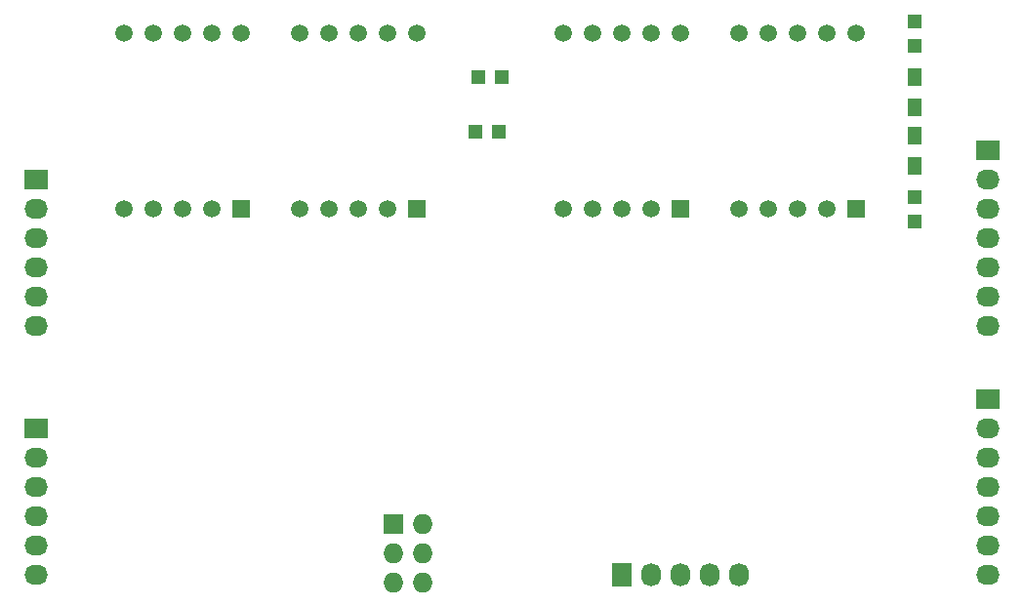
<source format=gbs>
G04 #@! TF.FileFunction,Soldermask,Bot*
%FSLAX46Y46*%
G04 Gerber Fmt 4.6, Leading zero omitted, Abs format (unit mm)*
G04 Created by KiCad (PCBNEW 0.201506222247+5806~23~ubuntu14.04.1-product) date Sat 27 Jun 2015 15:51:07 CEST*
%MOMM*%
G01*
G04 APERTURE LIST*
%ADD10C,0.100000*%
%ADD11R,1.500000X1.500000*%
%ADD12C,1.500000*%
%ADD13R,1.198880X1.198880*%
%ADD14R,2.032000X1.727200*%
%ADD15O,2.032000X1.727200*%
%ADD16R,1.300000X1.500000*%
%ADD17R,1.727200X1.727200*%
%ADD18O,1.727200X1.727200*%
%ADD19R,1.727200X2.032000*%
%ADD20O,1.727200X2.032000*%
G04 APERTURE END LIST*
D10*
D11*
X190500000Y-63500000D03*
D12*
X187960000Y-63500000D03*
X185420000Y-63500000D03*
X182880000Y-63500000D03*
X180340000Y-63500000D03*
X180340000Y-48260000D03*
X182880000Y-48260000D03*
X185420000Y-48260000D03*
X187960000Y-48260000D03*
X190500000Y-48260000D03*
D11*
X175260000Y-63500000D03*
D12*
X172720000Y-63500000D03*
X170180000Y-63500000D03*
X167640000Y-63500000D03*
X165100000Y-63500000D03*
X165100000Y-48260000D03*
X167640000Y-48260000D03*
X170180000Y-48260000D03*
X172720000Y-48260000D03*
X175260000Y-48260000D03*
D11*
X152400000Y-63500000D03*
D12*
X149860000Y-63500000D03*
X147320000Y-63500000D03*
X144780000Y-63500000D03*
X142240000Y-63500000D03*
X142240000Y-48260000D03*
X144780000Y-48260000D03*
X147320000Y-48260000D03*
X149860000Y-48260000D03*
X152400000Y-48260000D03*
D11*
X137160000Y-63500000D03*
D12*
X134620000Y-63500000D03*
X132080000Y-63500000D03*
X129540000Y-63500000D03*
X127000000Y-63500000D03*
X127000000Y-48260000D03*
X129540000Y-48260000D03*
X132080000Y-48260000D03*
X134620000Y-48260000D03*
X137160000Y-48260000D03*
D13*
X159545020Y-56769000D03*
X157446980Y-56769000D03*
X159799020Y-52070000D03*
X157700980Y-52070000D03*
X195580000Y-49309020D03*
X195580000Y-47210980D03*
X195580000Y-62450980D03*
X195580000Y-64549020D03*
D14*
X119380000Y-82550000D03*
D15*
X119380000Y-85090000D03*
X119380000Y-87630000D03*
X119380000Y-90170000D03*
X119380000Y-92710000D03*
X119380000Y-95250000D03*
D14*
X201930000Y-80010000D03*
D15*
X201930000Y-82550000D03*
X201930000Y-85090000D03*
X201930000Y-87630000D03*
X201930000Y-90170000D03*
X201930000Y-92710000D03*
X201930000Y-95250000D03*
D16*
X195580000Y-51990000D03*
X195580000Y-54690000D03*
X195580000Y-59770000D03*
X195580000Y-57070000D03*
D17*
X150368000Y-90805000D03*
D18*
X152908000Y-90805000D03*
X150368000Y-93345000D03*
X152908000Y-93345000D03*
X150368000Y-95885000D03*
X152908000Y-95885000D03*
D19*
X170180000Y-95250000D03*
D20*
X172720000Y-95250000D03*
X175260000Y-95250000D03*
X177800000Y-95250000D03*
X180340000Y-95250000D03*
D14*
X119380000Y-60960000D03*
D15*
X119380000Y-63500000D03*
X119380000Y-66040000D03*
X119380000Y-68580000D03*
X119380000Y-71120000D03*
X119380000Y-73660000D03*
D14*
X201930000Y-58420000D03*
D15*
X201930000Y-60960000D03*
X201930000Y-63500000D03*
X201930000Y-66040000D03*
X201930000Y-68580000D03*
X201930000Y-71120000D03*
X201930000Y-73660000D03*
M02*

</source>
